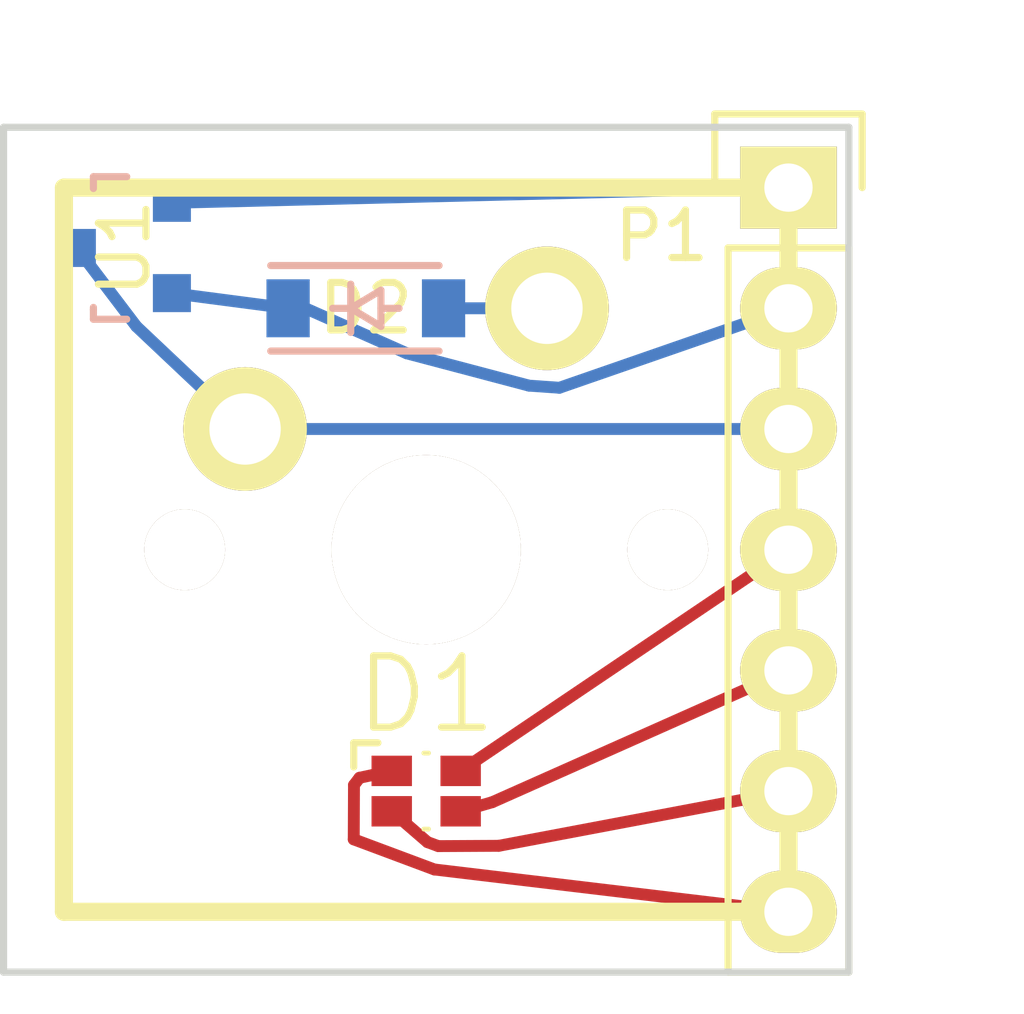
<source format=kicad_pcb>
(kicad_pcb (version 4) (host pcbnew 4.0.1-stable)

  (general
    (links 10)
    (no_connects 0)
    (area -8.965001 -8.965001 8.965001 8.965001)
    (thickness 1.6)
    (drawings 4)
    (tracks 23)
    (zones 0)
    (modules 5)
    (nets 9)
  )

  (page A4)
  (layers
    (0 F.Cu signal)
    (31 B.Cu signal)
    (32 B.Adhes user)
    (33 F.Adhes user)
    (34 B.Paste user)
    (35 F.Paste user)
    (36 B.SilkS user)
    (37 F.SilkS user)
    (38 B.Mask user)
    (39 F.Mask user)
    (40 Dwgs.User user)
    (41 Cmts.User user)
    (42 Eco1.User user)
    (43 Eco2.User user)
    (44 Edge.Cuts user)
    (45 Margin user)
    (46 B.CrtYd user)
    (47 F.CrtYd user)
    (48 B.Fab user)
    (49 F.Fab user)
  )

  (setup
    (last_trace_width 0.25)
    (trace_clearance 0.2)
    (zone_clearance 0.508)
    (zone_45_only no)
    (trace_min 0.2)
    (segment_width 0.2)
    (edge_width 0.15)
    (via_size 0.6)
    (via_drill 0.4)
    (via_min_size 0.4)
    (via_min_drill 0.3)
    (uvia_size 0.3)
    (uvia_drill 0.1)
    (uvias_allowed no)
    (uvia_min_size 0.2)
    (uvia_min_drill 0.1)
    (pcb_text_width 0.3)
    (pcb_text_size 1.5 1.5)
    (mod_edge_width 0.15)
    (mod_text_size 1 1)
    (mod_text_width 0.15)
    (pad_size 1.524 1.524)
    (pad_drill 0.762)
    (pad_to_mask_clearance 0.2)
    (aux_axis_origin 0 0)
    (visible_elements 7FFFFFFF)
    (pcbplotparams
      (layerselection 0x00030_80000001)
      (usegerberextensions false)
      (excludeedgelayer true)
      (linewidth 0.100000)
      (plotframeref false)
      (viasonmask false)
      (mode 1)
      (useauxorigin false)
      (hpglpennumber 1)
      (hpglpenspeed 20)
      (hpglpendiameter 15)
      (hpglpenoverlay 2)
      (psnegative false)
      (psa4output false)
      (plotreference true)
      (plotvalue true)
      (plotinvisibletext false)
      (padsonsilk false)
      (subtractmaskfromsilk false)
      (outputformat 1)
      (mirror false)
      (drillshape 1)
      (scaleselection 1)
      (outputdirectory ""))
  )

  (net 0 "")
  (net 1 /Row)
  (net 2 "Net-(D2-Pad2)")
  (net 3 /SCIO)
  (net 4 /Col)
  (net 5 /LED-3)
  (net 6 /LED-2)
  (net 7 /LED-4)
  (net 8 /LED-1)

  (net_class Default "This is the default net class."
    (clearance 0.2)
    (trace_width 0.25)
    (via_dia 0.6)
    (via_drill 0.4)
    (uvia_dia 0.3)
    (uvia_drill 0.1)
    (add_net /Col)
    (add_net /LED-1)
    (add_net /LED-2)
    (add_net /LED-3)
    (add_net /LED-4)
    (add_net /Row)
    (add_net /SCIO)
    (add_net "Net-(D2-Pad2)")
  )

  (module prettylib:MX1A (layer F.Cu) (tedit 56F090F3) (tstamp 57235DD4)
    (at 0 0)
    (path /57227BED)
    (fp_text reference SW1 (at -4.826 9.2075) (layer F.SilkS) hide
      (effects (font (thickness 0.3048)))
    )
    (fp_text value SW_PUSH (at 0 -8.255) (layer F.SilkS) hide
      (effects (font (thickness 0.3048)))
    )
    (fp_line (start -7.62 -7.62) (end 7.62 -7.62) (layer F.SilkS) (width 0.381))
    (fp_line (start 7.62 -7.62) (end 7.62 7.62) (layer F.SilkS) (width 0.381))
    (fp_line (start 7.62 7.62) (end -7.62 7.62) (layer F.SilkS) (width 0.381))
    (fp_line (start -7.62 7.62) (end -7.62 -7.62) (layer F.SilkS) (width 0.381))
    (pad 0 thru_hole circle (at 0 0) (size 3.98018 3.98018) (drill 3.98018) (layers *.Cu *.Mask F.SilkS))
    (pad 2 thru_hole circle (at 2.54 -5.08) (size 2.6 2.6) (drill 1.5011) (layers *.Cu *.Mask F.SilkS)
      (net 2 "Net-(D2-Pad2)"))
    (pad 1 thru_hole circle (at -3.81 -2.54) (size 2.6 2.6) (drill 1.5011) (layers *.Cu *.Mask F.SilkS)
      (net 4 /Col))
    (pad "" thru_hole circle (at -5.08 0) (size 1.69926 1.69926) (drill 1.69926) (layers *.Cu *.Mask F.SilkS))
    (pad "" thru_hole circle (at 5.08 0) (size 1.69926 1.69926) (drill 1.69926) (layers *.Cu *.Mask F.SilkS))
    (model cherry_mx1.wrl
      (at (xyz 0 0 0))
      (scale (xyz 1 1 1))
      (rotate (xyz 0 0 0))
    )
  )

  (module Diodes_SMD:SOD-123 (layer B.Cu) (tedit 57235F50) (tstamp 57235DC0)
    (at -1.27 -5.08)
    (descr SOD-123)
    (tags SOD-123)
    (path /57227F44)
    (attr smd)
    (fp_text reference D2 (at 0 0) (layer F.SilkS)
      (effects (font (size 1 1) (thickness 0.15)))
    )
    (fp_text value D (at 0 -2.1) (layer B.Fab)
      (effects (font (size 1 1) (thickness 0.15)) (justify mirror))
    )
    (fp_line (start 0.3175 0) (end 0.6985 0) (layer B.SilkS) (width 0.15))
    (fp_line (start -0.6985 0) (end -0.3175 0) (layer B.SilkS) (width 0.15))
    (fp_line (start -0.3175 0) (end 0.3175 0.381) (layer B.SilkS) (width 0.15))
    (fp_line (start 0.3175 0.381) (end 0.3175 -0.381) (layer B.SilkS) (width 0.15))
    (fp_line (start 0.3175 -0.381) (end -0.3175 0) (layer B.SilkS) (width 0.15))
    (fp_line (start -0.3175 0.508) (end -0.3175 -0.508) (layer B.SilkS) (width 0.15))
    (fp_line (start -2.25 1.05) (end 2.25 1.05) (layer B.CrtYd) (width 0.05))
    (fp_line (start 2.25 1.05) (end 2.25 -1.05) (layer B.CrtYd) (width 0.05))
    (fp_line (start 2.25 -1.05) (end -2.25 -1.05) (layer B.CrtYd) (width 0.05))
    (fp_line (start -2.25 1.05) (end -2.25 -1.05) (layer B.CrtYd) (width 0.05))
    (fp_line (start -2 -0.9) (end 1.54 -0.9) (layer B.SilkS) (width 0.15))
    (fp_line (start -2 0.9) (end 1.54 0.9) (layer B.SilkS) (width 0.15))
    (pad 1 smd rect (at -1.635 0) (size 0.91 1.22) (layers B.Cu B.Paste B.Mask)
      (net 1 /Row))
    (pad 2 smd rect (at 1.635 0) (size 0.91 1.22) (layers B.Cu B.Paste B.Mask)
      (net 2 "Net-(D2-Pad2)"))
  )

  (module Pin_Headers:Pin_Header_Straight_1x07 (layer F.Cu) (tedit 57235F5A) (tstamp 57235DCB)
    (at 7.62 -7.62)
    (descr "Through hole pin header")
    (tags "pin header")
    (path /57228256)
    (fp_text reference P1 (at -2.667 1.016) (layer F.SilkS)
      (effects (font (size 1 1) (thickness 0.15)))
    )
    (fp_text value CONN_01X07 (at 0 -3.1) (layer F.Fab)
      (effects (font (size 1 1) (thickness 0.15)))
    )
    (fp_line (start -1.75 -1.75) (end -1.75 17) (layer F.CrtYd) (width 0.05))
    (fp_line (start 1.75 -1.75) (end 1.75 17) (layer F.CrtYd) (width 0.05))
    (fp_line (start -1.75 -1.75) (end 1.75 -1.75) (layer F.CrtYd) (width 0.05))
    (fp_line (start -1.75 17) (end 1.75 17) (layer F.CrtYd) (width 0.05))
    (fp_line (start 1.27 1.27) (end 1.27 16.51) (layer F.SilkS) (width 0.15))
    (fp_line (start 1.27 16.51) (end -1.27 16.51) (layer F.SilkS) (width 0.15))
    (fp_line (start -1.27 16.51) (end -1.27 1.27) (layer F.SilkS) (width 0.15))
    (fp_line (start 1.55 -1.55) (end 1.55 0) (layer F.SilkS) (width 0.15))
    (fp_line (start 1.27 1.27) (end -1.27 1.27) (layer F.SilkS) (width 0.15))
    (fp_line (start -1.55 0) (end -1.55 -1.55) (layer F.SilkS) (width 0.15))
    (fp_line (start -1.55 -1.55) (end 1.55 -1.55) (layer F.SilkS) (width 0.15))
    (pad 1 thru_hole rect (at 0 0) (size 2.032 1.7272) (drill 1.016) (layers *.Cu *.Mask F.SilkS)
      (net 3 /SCIO))
    (pad 2 thru_hole oval (at 0 2.54) (size 2.032 1.7272) (drill 1.016) (layers *.Cu *.Mask F.SilkS)
      (net 1 /Row))
    (pad 3 thru_hole oval (at 0 5.08) (size 2.032 1.7272) (drill 1.016) (layers *.Cu *.Mask F.SilkS)
      (net 4 /Col))
    (pad 4 thru_hole oval (at 0 7.62) (size 2.032 1.7272) (drill 1.016) (layers *.Cu *.Mask F.SilkS)
      (net 7 /LED-4))
    (pad 5 thru_hole oval (at 0 10.16) (size 2.032 1.7272) (drill 1.016) (layers *.Cu *.Mask F.SilkS)
      (net 5 /LED-3))
    (pad 6 thru_hole oval (at 0 12.7) (size 2.032 1.7272) (drill 1.016) (layers *.Cu *.Mask F.SilkS)
      (net 6 /LED-2))
    (pad 7 thru_hole oval (at 0 15.24) (size 2.032 1.7272) (drill 1.016) (layers *.Cu *.Mask F.SilkS)
      (net 8 /LED-1))
    (model Pin_Headers.3dshapes/Pin_Header_Straight_1x07.wrl
      (at (xyz 0 -0.3 0))
      (scale (xyz 1 1 1))
      (rotate (xyz 0 0 90))
    )
  )

  (module TO_SOT_Packages_SMD:SOT-23 (layer B.Cu) (tedit 57235F33) (tstamp 57235DDB)
    (at -6.35 -6.35 270)
    (descr "SOT-23, Standard")
    (tags SOT-23)
    (path /5722881F)
    (attr smd)
    (fp_text reference U1 (at 0 0 270) (layer F.SilkS)
      (effects (font (size 1 1) (thickness 0.15)))
    )
    (fp_text value 11AA010T (at 0 -2.3 270) (layer B.Fab)
      (effects (font (size 1 1) (thickness 0.15)) (justify mirror))
    )
    (fp_line (start -1.65 1.6) (end 1.65 1.6) (layer B.CrtYd) (width 0.05))
    (fp_line (start 1.65 1.6) (end 1.65 -1.6) (layer B.CrtYd) (width 0.05))
    (fp_line (start 1.65 -1.6) (end -1.65 -1.6) (layer B.CrtYd) (width 0.05))
    (fp_line (start -1.65 -1.6) (end -1.65 1.6) (layer B.CrtYd) (width 0.05))
    (fp_line (start 1.29916 0.65024) (end 1.2509 0.65024) (layer B.SilkS) (width 0.15))
    (fp_line (start -1.49982 -0.0508) (end -1.49982 0.65024) (layer B.SilkS) (width 0.15))
    (fp_line (start -1.49982 0.65024) (end -1.2509 0.65024) (layer B.SilkS) (width 0.15))
    (fp_line (start 1.29916 0.65024) (end 1.49982 0.65024) (layer B.SilkS) (width 0.15))
    (fp_line (start 1.49982 0.65024) (end 1.49982 -0.0508) (layer B.SilkS) (width 0.15))
    (pad 1 smd rect (at -0.95 -1.00076 270) (size 0.8001 0.8001) (layers B.Cu B.Paste B.Mask)
      (net 3 /SCIO))
    (pad 2 smd rect (at 0.95 -1.00076 270) (size 0.8001 0.8001) (layers B.Cu B.Paste B.Mask)
      (net 1 /Row))
    (pad 3 smd rect (at 0 0.99822 270) (size 0.8001 0.8001) (layers B.Cu B.Paste B.Mask)
      (net 4 /Col))
    (model TO_SOT_Packages_SMD.3dshapes/SOT-23.wrl
      (at (xyz 0 0 0))
      (scale (xyz 1 1 1))
      (rotate (xyz 0 0 0))
    )
  )

  (module prettylib:SMD_0606_4PAD (layer F.Cu) (tedit 5723628F) (tstamp 572361CB)
    (at 0 5.08 270)
    (path /57227EDF)
    (fp_text reference D1 (at -2.032 0 360) (layer F.SilkS)
      (effects (font (size 1.5 1.5) (thickness 0.15)))
    )
    (fp_text value Led_RGB_CA (at -2.08 -3.55 270) (layer F.Fab)
      (effects (font (size 1.5 1.5) (thickness 0.15)))
    )
    (fp_line (start -1.016 1.016) (end -1.016 1.524) (layer F.SilkS) (width 0.15))
    (fp_line (start -1.016 1.524) (end -0.508 1.524) (layer F.SilkS) (width 0.15))
    (fp_line (start 0.8 -0.05) (end 0.8 0.05) (layer F.SilkS) (width 0.1))
    (fp_line (start -0.8 -0.05) (end -0.8 0.05) (layer F.SilkS) (width 0.1))
    (pad 1 smd rect (at -0.425 0.725 270) (size 0.64 0.85) (layers F.Cu F.Paste F.Mask)
      (net 8 /LED-1))
    (pad 2 smd rect (at 0.425 0.725 270) (size 0.64 0.85) (layers F.Cu F.Paste F.Mask)
      (net 6 /LED-2))
    (pad 3 smd rect (at 0.425 -0.725 270) (size 0.64 0.85) (layers F.Cu F.Paste F.Mask)
      (net 5 /LED-3))
    (pad 4 smd rect (at -0.425 -0.725 270) (size 0.64 0.85) (layers F.Cu F.Paste F.Mask)
      (net 7 /LED-4))
  )

  (gr_line (start -8.89 8.89) (end -8.89 -8.89) (angle 90) (layer Edge.Cuts) (width 0.15))
  (gr_line (start 8.89 8.89) (end -8.89 8.89) (angle 90) (layer Edge.Cuts) (width 0.15))
  (gr_line (start 8.89 -8.89) (end 8.89 8.89) (angle 90) (layer Edge.Cuts) (width 0.15))
  (gr_line (start -8.89 -8.89) (end 8.89 -8.89) (angle 90) (layer Edge.Cuts) (width 0.15))

  (segment (start 7.62 -5.08) (end 2.801322 -3.4079) (width 0.25) (layer B.Cu) (net 1) (status 10))
  (segment (start -0.407186 -4.132082) (end -2.54 -5.08) (width 0.25) (layer B.Cu) (net 1) (tstamp 57235E36) (status 20))
  (segment (start 2.160683 -3.452942) (end -0.407186 -4.132082) (width 0.25) (layer B.Cu) (net 1) (tstamp 57235E35))
  (segment (start 2.801322 -3.4079) (end 2.160683 -3.452942) (width 0.25) (layer B.Cu) (net 1) (tstamp 57235E32))
  (segment (start -2.54 -5.08) (end -2.905 -5.08) (width 0.25) (layer B.Cu) (net 1) (tstamp 57235E39) (status 30))
  (segment (start -5.34924 -5.4) (end -2.905 -5.08) (width 0.25) (layer B.Cu) (net 1) (status 30))
  (segment (start 2.54 -5.08) (end 0.365 -5.08) (width 0.25) (layer B.Cu) (net 2) (status 30))
  (segment (start 7.62 -7.62) (end -5.34924 -7.3) (width 0.25) (layer B.Cu) (net 3) (status 30))
  (segment (start -3.81 -2.54) (end 7.62 -2.54) (width 0.25) (layer B.Cu) (net 4) (status 30))
  (segment (start -7.34822 -6.35) (end -6.096 -4.699) (width 0.25) (layer B.Cu) (net 4) (status 10))
  (segment (start -6.096 -4.699) (end -3.81 -2.54) (width 0.25) (layer B.Cu) (net 4) (tstamp 57235E3F) (status 20))
  (segment (start 0.725 5.505) (end 1.390995 5.313155) (width 0.25) (layer F.Cu) (net 5) (status 10))
  (segment (start 1.390995 5.313155) (end 7.62 2.54) (width 0.25) (layer F.Cu) (net 5) (tstamp 57236215) (status 20))
  (segment (start -0.725 5.505) (end 0.025679 6.153521) (width 0.25) (layer F.Cu) (net 6) (status 10))
  (segment (start 1.525667 6.231821) (end 7.62 5.08) (width 0.25) (layer F.Cu) (net 6) (tstamp 57236224) (status 20))
  (segment (start 0.254072 6.237933) (end 1.525667 6.231821) (width 0.25) (layer F.Cu) (net 6) (tstamp 57236223))
  (segment (start 0.025679 6.153521) (end 0.254072 6.237933) (width 0.25) (layer F.Cu) (net 6) (tstamp 57236222))
  (segment (start 0.725 4.655) (end 7.62 0) (width 0.25) (layer F.Cu) (net 7) (status 30))
  (segment (start -0.725 4.655) (end -1.402562 4.80001) (width 0.25) (layer F.Cu) (net 8) (status 10))
  (segment (start 0.17171 6.729428) (end 7.62 7.62) (width 0.25) (layer F.Cu) (net 8) (tstamp 57236237) (status 20))
  (segment (start -1.524 6.096) (end 0.17171 6.729428) (width 0.25) (layer F.Cu) (net 8) (tstamp 57236236))
  (segment (start -1.519 4.952803) (end -1.524 6.096) (width 0.25) (layer F.Cu) (net 8) (tstamp 57236235))
  (segment (start -1.402562 4.80001) (end -1.519 4.952803) (width 0.25) (layer F.Cu) (net 8) (tstamp 57236234))

)

</source>
